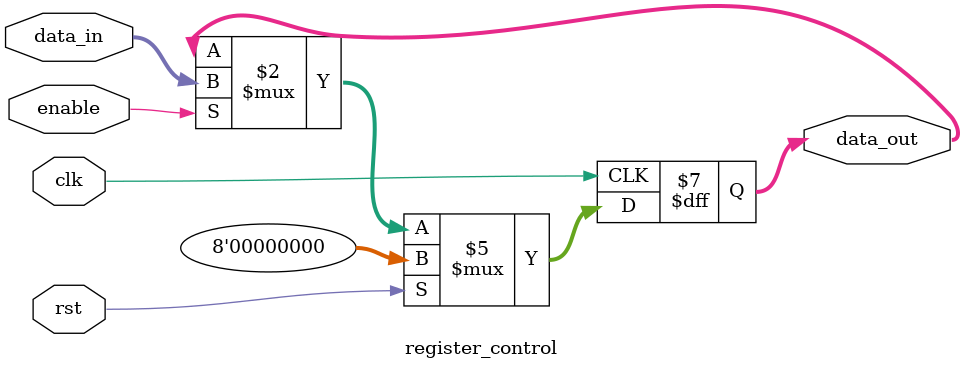
<source format=sv>
module arith_shifter #(
    parameter WIDTH = 8
) (
    input  wire             clk,
    input  wire             rst,
    input  wire             shift_en,
    input  wire [WIDTH-1:0] data_in,
    input  wire [2:0]       shift_amt,
    output wire [WIDTH-1:0] result
);
    // Internal signals
    wire [WIDTH-1:0] shift_result;
    
    // Shift operation submodule with optimized conditional inverted subtractor
    shift_operation #(
        .WIDTH(WIDTH)
    ) shift_op_inst (
        .data_in   (data_in),
        .shift_amt (shift_amt),
        .result    (shift_result)
    );
    
    // Register control submodule
    register_control #(
        .WIDTH(WIDTH)
    ) reg_ctrl_inst (
        .clk          (clk),
        .rst          (rst),
        .enable       (shift_en),
        .data_in      (shift_result),
        .data_out     (result)
    );
    
endmodule

///////////////////////////////////////////////////////////////////////////////
// Submodule: shift_operation - Handles the arithmetic shift operation
///////////////////////////////////////////////////////////////////////////////
module shift_operation #(
    parameter WIDTH = 8
) (
    input  wire [WIDTH-1:0] data_in,
    input  wire [2:0]       shift_amt,
    output wire [WIDTH-1:0] result
);
    // Internal signals for optimized conditional inverted subtractor
    wire [2:0] inverted_shift_amt;
    wire [2:0] actual_shift_amt;
    wire invert_flag;
    
    // Determine whether to invert the operand
    assign invert_flag = shift_amt[2];
    
    // Conditional invert of operand
    assign inverted_shift_amt = ~shift_amt + 1'b1;
    
    // Select between original and inverted based on flag
    assign actual_shift_amt = invert_flag ? inverted_shift_amt : shift_amt;
    
    // Perform shift operation with conditional inversion
    wire [WIDTH-1:0] shift_temp;
    assign shift_temp = $signed(data_in) >>> actual_shift_amt[1:0];
    
    // Final result with conditional adjustment
    assign result = invert_flag ? {WIDTH{shift_temp[WIDTH-1]}} : shift_temp;
    
endmodule

///////////////////////////////////////////////////////////////////////////////
// Submodule: register_control - Handles register updates with control signals
///////////////////////////////////////////////////////////////////////////////
module register_control #(
    parameter WIDTH = 8
) (
    input  wire             clk,
    input  wire             rst,
    input  wire             enable,
    input  wire [WIDTH-1:0] data_in,
    output reg  [WIDTH-1:0] data_out
);
    // Register with reset and enable
    always @(posedge clk) begin
        if (rst)
            data_out <= {WIDTH{1'b0}};
        else if (enable)
            data_out <= data_in;
    end
    
endmodule
</source>
